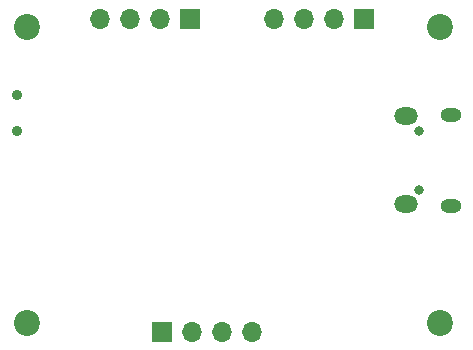
<source format=gbr>
%TF.GenerationSoftware,KiCad,Pcbnew,8.0.0*%
%TF.CreationDate,2024-03-15T15:48:41+01:00*%
%TF.ProjectId,STM32F103_BluePill,53544d33-3246-4313-9033-5f426c756550,rev?*%
%TF.SameCoordinates,Original*%
%TF.FileFunction,Soldermask,Bot*%
%TF.FilePolarity,Negative*%
%FSLAX46Y46*%
G04 Gerber Fmt 4.6, Leading zero omitted, Abs format (unit mm)*
G04 Created by KiCad (PCBNEW 8.0.0) date 2024-03-15 15:48:41*
%MOMM*%
%LPD*%
G01*
G04 APERTURE LIST*
%ADD10C,2.200000*%
%ADD11O,0.800000X0.800000*%
%ADD12O,1.800000X1.150000*%
%ADD13O,2.000000X1.450000*%
%ADD14R,1.700000X1.700000*%
%ADD15O,1.700000X1.700000*%
%ADD16C,0.900000*%
G04 APERTURE END LIST*
D10*
%TO.C,H4*%
X133750000Y-87750000D03*
%TD*%
D11*
%TO.C,J3*%
X166945000Y-101500000D03*
X166945000Y-96500000D03*
D12*
X169695000Y-102875000D03*
D13*
X165895000Y-102725000D03*
X165895000Y-95275000D03*
D12*
X169695000Y-95125000D03*
%TD*%
D14*
%TO.C,J4*%
X162300000Y-87000000D03*
D15*
X159760000Y-87000000D03*
X157220000Y-87000000D03*
X154680000Y-87000000D03*
%TD*%
D10*
%TO.C,H2*%
X168750000Y-112750000D03*
%TD*%
%TO.C,H1*%
X133750000Y-112750000D03*
%TD*%
D16*
%TO.C,SW1*%
X132895000Y-93500000D03*
X132895000Y-96500000D03*
%TD*%
D10*
%TO.C,H3*%
X168750000Y-87750000D03*
%TD*%
D14*
%TO.C,J2*%
X145200000Y-113500000D03*
D15*
X147740000Y-113500000D03*
X150280000Y-113500000D03*
X152820000Y-113500000D03*
%TD*%
D14*
%TO.C,J1*%
X147550000Y-87000000D03*
D15*
X145010000Y-87000000D03*
X142470000Y-87000000D03*
X139930000Y-87000000D03*
%TD*%
M02*

</source>
